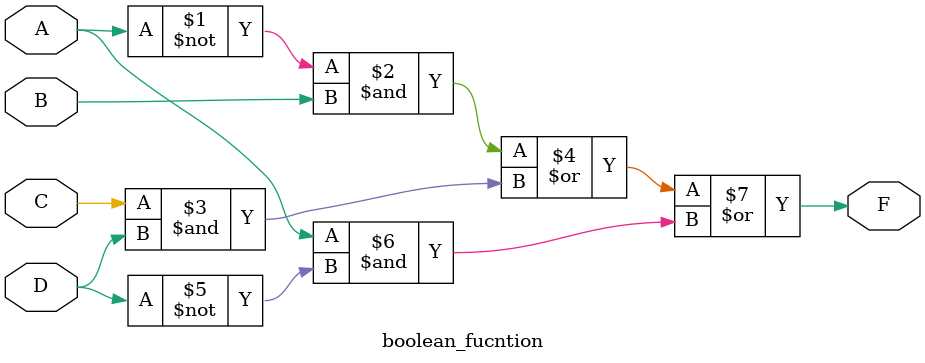
<source format=v>
module boolean_fucntion(
    input  wire A,
    input  wire B,
    input  wire C,
    input  wire D,
    output wire F
);

assign F = (~A & B) | (C & D) | (A & ~D);

endmodule
</source>
